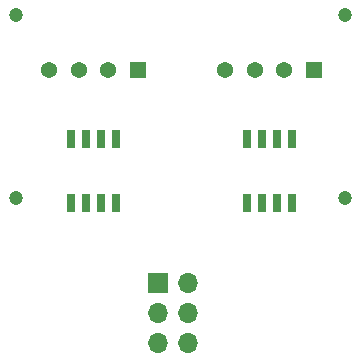
<source format=gbr>
%TF.GenerationSoftware,KiCad,Pcbnew,(6.0.0)*%
%TF.CreationDate,2022-01-11T19:00:17-08:00*%
%TF.ProjectId,AMS-Vacuum-Sensor,414d532d-5661-4637-9575-6d2d53656e73,rev?*%
%TF.SameCoordinates,Original*%
%TF.FileFunction,Soldermask,Bot*%
%TF.FilePolarity,Negative*%
%FSLAX46Y46*%
G04 Gerber Fmt 4.6, Leading zero omitted, Abs format (unit mm)*
G04 Created by KiCad (PCBNEW (6.0.0)) date 2022-01-11 19:00:17*
%MOMM*%
%LPD*%
G01*
G04 APERTURE LIST*
%ADD10R,1.365000X1.365000*%
%ADD11C,1.365000*%
%ADD12R,1.700000X1.700000*%
%ADD13O,1.700000X1.700000*%
%ADD14C,1.200000*%
%ADD15R,0.650000X1.528000*%
G04 APERTURE END LIST*
D10*
%TO.C,IC1*%
X113826949Y-91935442D03*
D11*
X111326949Y-91935442D03*
X108826949Y-91935442D03*
X106326949Y-91935442D03*
%TD*%
D10*
%TO.C,IC2*%
X128717951Y-91935442D03*
D11*
X126217951Y-91935442D03*
X123717951Y-91935442D03*
X121217951Y-91935442D03*
%TD*%
D12*
%TO.C,J1*%
X115570000Y-109982000D03*
D13*
X118110000Y-109982000D03*
X115570000Y-112522000D03*
X118110000Y-112522000D03*
X115570000Y-115062000D03*
X118110000Y-115062000D03*
%TD*%
D14*
%TO.C,R2*%
X131388728Y-87298483D03*
X131388728Y-102798483D03*
%TD*%
D15*
%TO.C,IC4*%
X123062951Y-97796601D03*
X124332951Y-97796601D03*
X125602951Y-97796601D03*
X126872951Y-97796601D03*
X126872951Y-103218601D03*
X125602951Y-103218601D03*
X124332951Y-103218601D03*
X123062951Y-103218601D03*
%TD*%
%TO.C,IC3*%
X108171949Y-97796601D03*
X109441949Y-97796601D03*
X110711949Y-97796601D03*
X111981949Y-97796601D03*
X111981949Y-103218601D03*
X110711949Y-103218601D03*
X109441949Y-103218601D03*
X108171949Y-103218601D03*
%TD*%
D14*
%TO.C,R1*%
X103489017Y-87298483D03*
X103489017Y-102798483D03*
%TD*%
M02*

</source>
